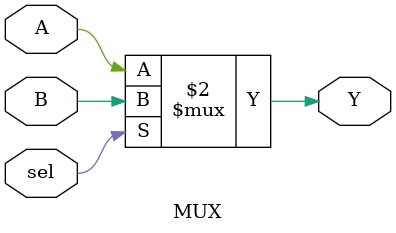
<source format=v>
`timescale 1ns / 1ps

module MUX(input A, B, sel, 
output Y);

assign Y = (sel == 1'b0)? A : B;

endmodule

</source>
